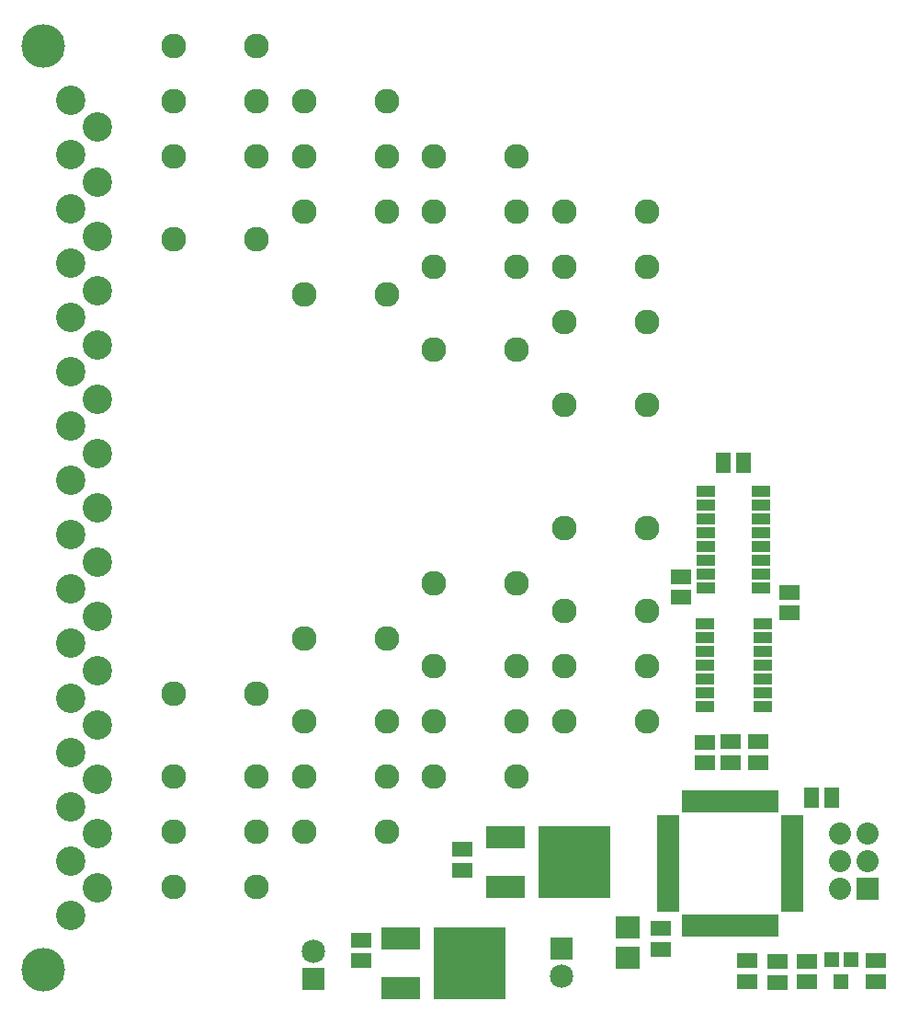
<source format=gts>
G04 #@! TF.GenerationSoftware,KiCad,Pcbnew,(5.1.5)-3*
G04 #@! TF.CreationDate,2021-08-30T19:36:05+02:00*
G04 #@! TF.ProjectId,fsu,6673752e-6b69-4636-9164-5f7063625858,0431 -*
G04 #@! TF.SameCoordinates,Original*
G04 #@! TF.FileFunction,Soldermask,Top*
G04 #@! TF.FilePolarity,Negative*
%FSLAX46Y46*%
G04 Gerber Fmt 4.6, Leading zero omitted, Abs format (unit mm)*
G04 Created by KiCad (PCBNEW (5.1.5)-3) date 2021-08-30 19:36:05*
%MOMM*%
%LPD*%
G04 APERTURE LIST*
%ADD10C,4.008120*%
%ADD11C,2.707640*%
%ADD12R,2.311400X2.108200*%
%ADD13C,2.159000*%
%ADD14R,2.159000X2.159000*%
%ADD15R,1.397000X1.905000*%
%ADD16R,1.651000X1.016000*%
%ADD17R,3.556000X2.159000*%
%ADD18R,6.604000X6.604000*%
%ADD19C,2.286000*%
%ADD20R,1.905000X1.397000*%
%ADD21R,2.032000X2.032000*%
%ADD22C,2.032000*%
%ADD23R,1.422400X1.422400*%
%ADD24R,2.032000X0.914400*%
%ADD25R,0.914400X2.032000*%
G04 APERTURE END LIST*
D10*
X71198740Y-59100720D03*
D11*
X76200000Y-101600000D03*
X76200000Y-106601260D03*
X76200000Y-116601240D03*
X76200000Y-111599980D03*
X76200000Y-131599940D03*
X76200000Y-136601200D03*
X76200000Y-126601220D03*
X76200000Y-121599960D03*
X76200000Y-81600040D03*
X76200000Y-86601300D03*
X76200000Y-96601280D03*
X76200000Y-91600020D03*
X76200000Y-71600060D03*
X76200000Y-76601320D03*
X76200000Y-66601340D03*
X73698100Y-69100700D03*
X73698100Y-79100680D03*
X73698100Y-74099420D03*
X73698100Y-94099380D03*
X73698100Y-99100640D03*
X73698100Y-89100660D03*
X73698100Y-84099400D03*
X73698100Y-124099320D03*
X73698100Y-129100580D03*
X73698100Y-139100560D03*
X73698100Y-134099300D03*
X73698100Y-114099340D03*
X73698100Y-119100600D03*
X73698100Y-109100620D03*
X73698100Y-104099360D03*
X73700640Y-64099440D03*
D10*
X71198740Y-144101820D03*
D12*
X125000000Y-140206000D03*
X125000000Y-143000000D03*
D13*
X118950000Y-144670000D03*
D14*
X118950000Y-142130000D03*
D15*
X135702500Y-97500000D03*
X133797500Y-97500000D03*
D16*
X137490000Y-112240000D03*
X137490000Y-113510000D03*
X137490000Y-114780000D03*
X137490000Y-116050000D03*
X137490000Y-117320000D03*
X137490000Y-118590000D03*
X137490000Y-119860000D03*
X132156000Y-119860000D03*
X132156000Y-118590000D03*
X132156000Y-117320000D03*
X132156000Y-116050000D03*
X132156000Y-114780000D03*
X132156000Y-113510000D03*
X132156000Y-112240000D03*
D17*
X104150000Y-145786000D03*
D18*
X110500000Y-143500000D03*
D17*
X104150000Y-141214000D03*
D19*
X119190000Y-103470000D03*
X126810000Y-103470000D03*
X119190000Y-111090000D03*
X119190000Y-116170000D03*
X119190000Y-121250000D03*
X126810000Y-111090000D03*
X126810000Y-116170000D03*
X126810000Y-121250000D03*
D16*
X132260000Y-100105000D03*
X132260000Y-101375000D03*
X132260000Y-102645000D03*
X132260000Y-103915000D03*
X132260000Y-105185000D03*
X132260000Y-106455000D03*
X132260000Y-107725000D03*
X132260000Y-108995000D03*
X137340000Y-108995000D03*
X137340000Y-107725000D03*
X137340000Y-106455000D03*
X137340000Y-105185000D03*
X137340000Y-103915000D03*
X137340000Y-102645000D03*
X137340000Y-101375000D03*
X137340000Y-100105000D03*
D19*
X119190000Y-74350000D03*
X119190000Y-79430000D03*
X119190000Y-84510000D03*
X126810000Y-74350000D03*
X126810000Y-79430000D03*
X126810000Y-84510000D03*
X119190000Y-92130000D03*
X126810000Y-92130000D03*
X83190000Y-118710000D03*
X90810000Y-118710000D03*
X83190000Y-126330000D03*
X83190000Y-131410000D03*
X83190000Y-136490000D03*
X90810000Y-126330000D03*
X90810000Y-131410000D03*
X90810000Y-136490000D03*
D20*
X109750000Y-134950000D03*
X109750000Y-133045000D03*
X139900000Y-111305000D03*
X139900000Y-109400000D03*
X100500000Y-143305000D03*
X100500000Y-141400000D03*
D14*
X96100000Y-144970000D03*
D13*
X96100000Y-142430000D03*
D15*
X143850000Y-128250000D03*
X141945000Y-128250000D03*
D20*
X128050000Y-142250000D03*
X128050000Y-140345000D03*
X136000000Y-143300000D03*
X136000000Y-145205000D03*
X134550000Y-123150000D03*
X134550000Y-125055000D03*
D21*
X147120000Y-136690000D03*
D22*
X144580000Y-136690000D03*
X147120000Y-134150000D03*
X144580000Y-134150000D03*
X147120000Y-131610000D03*
X144580000Y-131610000D03*
D20*
X132100000Y-123200000D03*
X132100000Y-125105000D03*
D23*
X143811000Y-143168000D03*
X145589000Y-143168000D03*
X144700000Y-145200000D03*
D20*
X129950000Y-107950000D03*
X129950000Y-109855000D03*
X141550000Y-145255000D03*
X141550000Y-143350000D03*
X147900000Y-143295000D03*
X147900000Y-145200000D03*
X138800000Y-145300000D03*
X138800000Y-143395000D03*
X137050000Y-125050000D03*
X137050000Y-123145000D03*
D19*
X95190000Y-113630000D03*
X102810000Y-113630000D03*
X95190000Y-121250000D03*
X95190000Y-126330000D03*
X95190000Y-131410000D03*
X102810000Y-121250000D03*
X102810000Y-126330000D03*
X102810000Y-131410000D03*
X114810000Y-126330000D03*
X114810000Y-121250000D03*
X114810000Y-116170000D03*
X107190000Y-126330000D03*
X107190000Y-121250000D03*
X107190000Y-116170000D03*
X114810000Y-108550000D03*
X107190000Y-108550000D03*
X114810000Y-87050000D03*
X107190000Y-87050000D03*
X114810000Y-79430000D03*
X114810000Y-74350000D03*
X114810000Y-69270000D03*
X107190000Y-79430000D03*
X107190000Y-74350000D03*
X107190000Y-69270000D03*
X102810000Y-81970000D03*
X95190000Y-81970000D03*
X102810000Y-74350000D03*
X102810000Y-69270000D03*
X102810000Y-64190000D03*
X95190000Y-74350000D03*
X95190000Y-69270000D03*
X95190000Y-64190000D03*
X83190000Y-59110000D03*
X83190000Y-64190000D03*
X83190000Y-69270000D03*
X90810000Y-59110000D03*
X90810000Y-64190000D03*
X90810000Y-69270000D03*
X83190000Y-76890000D03*
X90810000Y-76890000D03*
D17*
X113800000Y-131914000D03*
D18*
X120150000Y-134200000D03*
D17*
X113800000Y-136486000D03*
D24*
X128735000Y-130349500D03*
X140165000Y-130349500D03*
X140165000Y-131149600D03*
X128735000Y-131149600D03*
X128735000Y-131949700D03*
X140165000Y-131949700D03*
X140165000Y-132749800D03*
X128735000Y-132749800D03*
X128735000Y-133549900D03*
X140165000Y-133549900D03*
X140165000Y-138350500D03*
X128735000Y-138350500D03*
X128735000Y-137550400D03*
X140165000Y-137550400D03*
X140165000Y-136750300D03*
X128735000Y-136750300D03*
X128735000Y-135950200D03*
X140165000Y-135950200D03*
X140165000Y-135150100D03*
X128735000Y-135150100D03*
X140165000Y-134350000D03*
X128735000Y-134350000D03*
D25*
X138450500Y-140065000D03*
X137650400Y-140065000D03*
X136850300Y-140065000D03*
X136050200Y-140065000D03*
X135250100Y-140065000D03*
X130449500Y-140065000D03*
X131249600Y-140065000D03*
X132049700Y-140065000D03*
X132849800Y-140065000D03*
X133649900Y-140065000D03*
X134450000Y-140065000D03*
X138450500Y-128635000D03*
X137650400Y-128635000D03*
X136850300Y-128635000D03*
X136050200Y-128635000D03*
X135250100Y-128635000D03*
X130449500Y-128635000D03*
X131249600Y-128635000D03*
X132049700Y-128635000D03*
X132849800Y-128635000D03*
X133649900Y-128635000D03*
X134450000Y-128635000D03*
M02*

</source>
